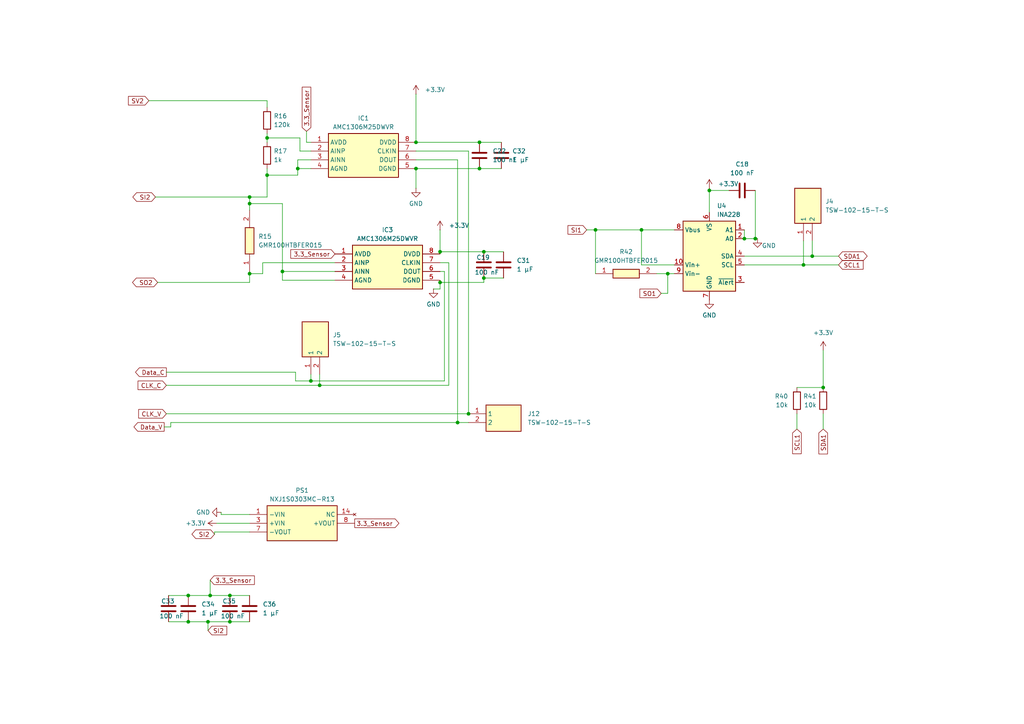
<source format=kicad_sch>
(kicad_sch (version 20231120) (generator "eeschema") (generator_version "8.0")
  (paper "A4")
  (lib_symbols
    (symbol "Device:C" (pin_numbers hide) (pin_names (offset 0.254))
      (property "Reference" "C" (at 0.635 2.54 0))
      (property "Value" "C" (at 0.635 -2.54 0))
      (symbol "C_0_1"
        (polyline (pts (xy -2.032 -0.762) (xy 2.032 -0.762)) (stroke (width 0.508)))
        (polyline (pts (xy -2.032 0.762) (xy 2.032 0.762)) (stroke (width 0.508)))
      )
      (symbol "C_1_1"
        (pin passive line (at 0 3.81 270) (length 2.794) (name "~") (number "1"))
        (pin passive line (at 0 -3.81 90) (length 2.794) (name "~") (number "2"))
      )
    )
    (symbol "Device:R" (pin_numbers hide) (pin_names (offset 0))
      (property "Reference" "R" (at 2.032 0 90))
      (property "Value" "R" (at 0 0 90))
      (symbol "R_0_1"
        (rectangle (start -1.016 -2.54) (end 1.016 2.54) (stroke (width 0.254)))
      )
      (symbol "R_1_1"
        (pin passive line (at 0 3.81 270) (length 1.27) (name "~") (number "1"))
        (pin passive line (at 0 -3.81 90) (length 1.27) (name "~") (number "2"))
      )
    )
    (symbol "SamacSys_Parts:AMC1306M25DWVR"
      (property "Reference" "IC" (at 26.67 7.62 0))
      (property "Value" "AMC1306M25DWVR" (at 26.67 5.08 0))
      (symbol "AMC1306M25DWVR_1_1"
        (rectangle (start 5.08 2.54) (end 25.4 -10.16) (stroke (width 0.254)) (fill (type background)))
        (pin passive line (at 0 0 0) (length 5.08) (name "AVDD") (number "1"))
        (pin passive line (at 0 -2.54 0) (length 5.08) (name "AINP") (number "2"))
        (pin passive line (at 0 -5.08 0) (length 5.08) (name "AINN") (number "3"))
        (pin passive line (at 0 -7.62 0) (length 5.08) (name "AGND") (number "4"))
        (pin passive line (at 30.48 -7.62 180) (length 5.08) (name "DGND") (number "5"))
        (pin passive line (at 30.48 -5.08 180) (length 5.08) (name "DOUT") (number "6"))
        (pin passive line (at 30.48 -2.54 180) (length 5.08) (name "CLKIN") (number "7"))
        (pin passive line (at 30.48 0 180) (length 5.08) (name "DVDD") (number "8"))
      )
    )
    (symbol "SamacSys_Parts:GMR100HTBFER015" (pin_names hide)
      (property "Reference" "R" (at 13.97 6.35 0))
      (property "Value" "GMR100HTBFER015" (at 13.97 3.81 0))
      (symbol "GMR100HTBFER015_1_1"
        (rectangle (start 5.08 1.27) (end 12.7 -1.27) (stroke (width 0.254)) (fill (type background)))
        (pin passive line (at 0 0 0) (length 5.08) (name "1") (number "1"))
        (pin passive line (at 17.78 0 180) (length 5.08) (name "2") (number "2"))
      )
    )
    (symbol "SamacSys_Parts:NXJ1S0303MC-R13"
      (property "Reference" "PS" (at 26.67 7.62 0))
      (property "Value" "NXJ1S0303MC-R13" (at 26.67 5.08 0))
      (symbol "NXJ1S0303MC-R13_1_1"
        (rectangle (start 5.08 2.54) (end 25.4 -7.62) (stroke (width 0.254)) (fill (type background)))
        (pin passive line (at 0 0 0) (length 5.08) (name "-VIN") (number "1"))
        (pin no_connect line (at 30.48 0 180) (length 5.08) (name "NC") (number "14"))
        (pin passive line (at 0 -2.54 0) (length 5.08) (name "+VIN") (number "3"))
        (pin passive line (at 0 -5.08 0) (length 5.08) (name "-VOUT") (number "7"))
        (pin passive line (at 30.48 -2.54 180) (length 5.08) (name "+VOUT") (number "8"))
      )
    )
    (symbol "SamacSys_Parts:TSW-102-15-T-S"
      (property "Reference" "J" (at 16.51 7.62 0))
      (property "Value" "TSW-102-15-T-S" (at 16.51 5.08 0))
      (symbol "TSW-102-15-T-S_1_1"
        (rectangle (start 5.08 2.54) (end 15.24 -5.08) (stroke (width 0.254)) (fill (type background)))
        (pin passive line (at 0 0 0) (length 5.08) (name "1") (number "1"))
        (pin passive line (at 0 -2.54 0) (length 5.08) (name "2") (number "2"))
      )
    )
    (symbol "Sensor_Energy:INA228"
      (property "Reference" "U" (at -6.35 11.43 0))
      (property "Value" "INA228" (at 3.81 11.43 0))
      (symbol "INA228_0_1"
        (rectangle (start 7.62 10.16) (end -7.62 -10.16) (stroke (width 0.254)) (fill (type background)))
      )
      (symbol "INA228_1_1"
        (pin input line (at 10.16 7.62 180) (length 2.54) (name "A1") (number "1"))
        (pin input line (at -10.16 -2.54 0) (length 2.54) (name "Vin+") (number "10"))
        (pin input line (at 10.16 5.08 180) (length 2.54) (name "A0") (number "2"))
        (pin open_collector line (at 10.16 -7.62 180) (length 2.54) (name "~{Alert}") (number "3"))
        (pin bidirectional line (at 10.16 0 180) (length 2.54) (name "SDA") (number "4"))
        (pin input line (at 10.16 -2.54 180) (length 2.54) (name "SCL") (number "5"))
        (pin power_in line (at 0 12.7 270) (length 2.54) (name "VS") (number "6"))
        (pin power_in line (at 0 -12.7 90) (length 2.54) (name "GND") (number "7"))
        (pin input line (at -10.16 7.62 0) (length 2.54) (name "Vbus") (number "8"))
        (pin input line (at -10.16 -5.08 0) (length 2.54) (name "Vin-") (number "9"))
      )
    )
    (symbol "power:+3.3V" (power) (pin_numbers hide) (pin_names (offset 0) hide)
      (property "Value" "+3.3V" (at 0 3.556 0))
      (symbol "+3.3V_0_1"
        (polyline (pts (xy -0.762 1.27) (xy 0 2.54)))
        (polyline (pts (xy 0 0) (xy 0 2.54)))
        (polyline (pts (xy 0 2.54) (xy 0.762 1.27)))
      )
      (symbol "+3.3V_1_1"
        (pin power_in line (at 0 0 90) (length 0) (name "~") (number "1"))
      )
    )
    (symbol "power:GND" (power) (pin_numbers hide) (pin_names (offset 0) hide)
      (property "Value" "GND" (at 0 -3.81 0))
      (symbol "GND_0_1"
        (polyline (pts (xy 0 0) (xy 0 -1.27) (xy 1.27 -1.27) (xy 0 -2.54) (xy -1.27 -1.27) (xy 0 -1.27)))
      )
      (symbol "GND_1_1"
        (pin power_in line (at 0 0 270) (length 0) (name "~") (number "1"))
      )
    )
  )
  (junction (at 60.325 180.34))
  (junction (at 215.9 69.215))
  (junction (at 132.715 122.555))
  (junction (at 139.065 41.275))
  (junction (at 54.61 180.34))
  (junction (at 235.585 74.295))
  (junction (at 66.675 172.72))
  (junction (at 60.96 172.72))
  (junction (at 72.39 59.055))
  (junction (at 120.65 41.275))
  (junction (at 135.89 120.015))
  (junction (at 172.72 66.675))
  (junction (at 233.045 76.835))
  (junction (at 77.47 50.8))
  (junction (at 186.055 66.675))
  (junction (at 140.335 73.025))
  (junction (at 90.17 110.49))
  (junction (at 72.39 57.15))
  (junction (at 193.675 79.375))
  (junction (at 86.36 48.895))
  (junction (at 139.065 48.895))
  (junction (at 238.76 112.395))
  (junction (at 72.39 79.375))
  (junction (at 205.74 55.245))
  (junction (at 219.075 69.215))
  (junction (at 54.61 172.72))
  (junction (at 127.635 81.915))
  (junction (at 77.47 40.005))
  (junction (at 81.915 78.74))
  (junction (at 66.675 180.34))
  (junction (at 92.71 111.76))
  (junction (at 127.635 73.025))
  (junction (at 120.65 48.895))
  (junction (at 140.335 80.645))
  (wire (pts (xy 231.14 112.395) (xy 238.76 112.395)))
  (wire (pts (xy 72.39 154.305) (xy 62.23 154.305)))
  (wire (pts (xy 238.76 101.6) (xy 238.76 112.395)))
  (wire (pts (xy 172.72 66.675) (xy 186.055 66.675)))
  (wire (pts (xy 205.74 55.245) (xy 211.455 55.245)))
  (wire (pts (xy 77.47 38.735) (xy 77.47 40.005)))
  (wire (pts (xy 85.725 110.49) (xy 85.725 107.95)))
  (wire (pts (xy 48.895 180.34) (xy 54.61 180.34)))
  (wire (pts (xy 60.325 182.88) (xy 60.325 180.34)))
  (wire (pts (xy 81.915 81.28) (xy 81.915 78.74)))
  (wire (pts (xy 48.26 107.95) (xy 85.725 107.95)))
  (wire (pts (xy 127.635 73.025) (xy 127.635 66.675)))
  (wire (pts (xy 60.96 172.72) (xy 66.675 172.72)))
  (wire (pts (xy 66.675 172.72) (xy 72.39 172.72)))
  (wire (pts (xy 77.47 57.15) (xy 72.39 57.15)))
  (wire (pts (xy 72.39 78.74) (xy 72.39 79.375)))
  (wire (pts (xy 86.36 50.8) (xy 77.47 50.8)))
  (wire (pts (xy 127.635 81.915) (xy 140.335 81.915)))
  (wire (pts (xy 88.9 41.275) (xy 90.17 41.275)))
  (wire (pts (xy 86.36 48.895) (xy 90.17 48.895)))
  (wire (pts (xy 90.17 110.49) (xy 90.17 108.585)))
  (wire (pts (xy 195.58 76.835) (xy 186.055 76.835)))
  (wire (pts (xy 54.61 180.34) (xy 60.325 180.34)))
  (wire (pts (xy 215.9 69.215) (xy 219.075 69.215)))
  (wire (pts (xy 86.36 48.895) (xy 86.36 50.8)))
  (wire (pts (xy 90.17 46.355) (xy 86.36 46.355)))
  (wire (pts (xy 120.65 48.895) (xy 120.65 54.61)))
  (wire (pts (xy 45.085 57.15) (xy 72.39 57.15)))
  (wire (pts (xy 97.155 78.74) (xy 81.915 78.74)))
  (wire (pts (xy 127.635 81.28) (xy 127.635 81.915)))
  (wire (pts (xy 48.895 172.72) (xy 54.61 172.72)))
  (wire (pts (xy 72.39 57.15) (xy 72.39 59.055)))
  (wire (pts (xy 233.045 76.835) (xy 243.205 76.835)))
  (wire (pts (xy 54.61 172.72) (xy 60.96 172.72)))
  (wire (pts (xy 231.14 120.015) (xy 231.14 124.46)))
  (wire (pts (xy 127.635 81.915) (xy 127.635 83.82)))
  (wire (pts (xy 235.585 74.295) (xy 243.205 74.295)))
  (wire (pts (xy 205.74 55.245) (xy 205.74 61.595)))
  (wire (pts (xy 43.18 29.21) (xy 77.47 29.21)))
  (wire (pts (xy 215.9 66.675) (xy 215.9 69.215)))
  (wire (pts (xy 86.995 43.815) (xy 90.17 43.815)))
  (wire (pts (xy 238.76 120.015) (xy 238.76 124.46)))
  (wire (pts (xy 88.9 38.1) (xy 88.9 41.275)))
  (wire (pts (xy 128.905 78.74) (xy 128.905 110.49)))
  (wire (pts (xy 190.5 79.375) (xy 193.675 79.375)))
  (wire (pts (xy 120.65 41.275) (xy 139.065 41.275)))
  (wire (pts (xy 77.47 40.005) (xy 77.47 41.275)))
  (wire (pts (xy 60.325 180.34) (xy 66.675 180.34)))
  (wire (pts (xy 72.39 79.375) (xy 72.39 81.915)))
  (wire (pts (xy 186.055 76.835) (xy 186.055 66.675)))
  (wire (pts (xy 127.635 73.66) (xy 127.635 73.025)))
  (wire (pts (xy 139.065 48.895) (xy 145.415 48.895)))
  (wire (pts (xy 120.65 41.275) (xy 120.65 27.305)))
  (wire (pts (xy 97.155 76.2) (xy 76.2 76.2)))
  (wire (pts (xy 81.915 59.055) (xy 72.39 59.055)))
  (wire (pts (xy 127.635 73.025) (xy 140.335 73.025)))
  (wire (pts (xy 219.075 55.245) (xy 219.075 69.215)))
  (wire (pts (xy 132.715 46.355) (xy 132.715 122.555)))
  (wire (pts (xy 135.89 43.815) (xy 135.89 120.015)))
  (wire (pts (xy 120.65 46.355) (xy 132.715 46.355)))
  (wire (pts (xy 66.675 180.34) (xy 72.39 180.34)))
  (wire (pts (xy 127.635 83.82) (xy 125.73 83.82)))
  (wire (pts (xy 172.72 66.675) (xy 172.72 79.375)))
  (wire (pts (xy 128.905 110.49) (xy 90.17 110.49)))
  (wire (pts (xy 77.47 29.21) (xy 77.47 31.115)))
  (wire (pts (xy 77.47 50.8) (xy 77.47 57.15)))
  (wire (pts (xy 72.39 149.225) (xy 64.135 149.225)))
  (wire (pts (xy 215.9 76.835) (xy 233.045 76.835)))
  (wire (pts (xy 140.335 80.645) (xy 146.05 80.645)))
  (wire (pts (xy 86.36 46.355) (xy 86.36 48.895)))
  (wire (pts (xy 215.9 74.295) (xy 235.585 74.295)))
  (wire (pts (xy 140.335 80.645) (xy 140.335 81.915)))
  (wire (pts (xy 205.74 54.61) (xy 205.74 55.245)))
  (wire (pts (xy 132.715 122.555) (xy 49.53 122.555)))
  (wire (pts (xy 48.26 120.015) (xy 135.89 120.015)))
  (wire (pts (xy 76.2 79.375) (xy 72.39 79.375)))
  (wire (pts (xy 233.045 69.85) (xy 233.045 76.835)))
  (wire (pts (xy 62.23 154.305) (xy 62.23 154.94)))
  (wire (pts (xy 170.18 66.675) (xy 172.72 66.675)))
  (wire (pts (xy 81.915 78.74) (xy 81.915 59.055)))
  (wire (pts (xy 130.175 111.76) (xy 92.71 111.76)))
  (wire (pts (xy 127.635 76.2) (xy 130.175 76.2)))
  (wire (pts (xy 132.715 122.555) (xy 135.89 122.555)))
  (wire (pts (xy 191.77 85.09) (xy 193.675 85.09)))
  (wire (pts (xy 86.995 40.005) (xy 86.995 43.815)))
  (wire (pts (xy 77.47 40.005) (xy 86.995 40.005)))
  (wire (pts (xy 45.72 81.915) (xy 72.39 81.915)))
  (wire (pts (xy 127.635 78.74) (xy 128.905 78.74)))
  (wire (pts (xy 64.135 149.225) (xy 64.135 148.59)))
  (wire (pts (xy 235.585 69.85) (xy 235.585 74.295)))
  (wire (pts (xy 130.175 76.2) (xy 130.175 111.76)))
  (wire (pts (xy 62.865 151.765) (xy 72.39 151.765)))
  (wire (pts (xy 186.055 66.675) (xy 195.58 66.675)))
  (wire (pts (xy 77.47 48.895) (xy 77.47 50.8)))
  (wire (pts (xy 60.96 168.275) (xy 60.96 172.72)))
  (wire (pts (xy 49.53 123.825) (xy 47.625 123.825)))
  (wire (pts (xy 120.65 43.815) (xy 135.89 43.815)))
  (wire (pts (xy 92.71 111.76) (xy 92.71 108.585)))
  (wire (pts (xy 139.065 48.895) (xy 120.65 48.895)))
  (wire (pts (xy 193.675 85.09) (xy 193.675 79.375)))
  (wire (pts (xy 48.26 111.76) (xy 92.71 111.76)))
  (wire (pts (xy 139.065 41.275) (xy 145.415 41.275)))
  (wire (pts (xy 193.675 79.375) (xy 195.58 79.375)))
  (wire (pts (xy 72.39 59.055) (xy 72.39 60.96)))
  (wire (pts (xy 49.53 122.555) (xy 49.53 123.825)))
  (wire (pts (xy 219.075 69.215) (xy 219.71 69.215)))
  (wire (pts (xy 140.335 73.025) (xy 146.05 73.025)))
  (wire (pts (xy 97.155 81.28) (xy 81.915 81.28)))
  (wire (pts (xy 90.17 110.49) (xy 85.725 110.49)))
  (wire (pts (xy 76.2 76.2) (xy 76.2 79.375)))
  (global_label "SCL1" (shape input) (at 243.205 76.835 0) (property "Intersheetrefs" "${INTERSHEET_REFS}" (effects (hide yes))))
  (global_label "3.3_Sensor" (shape input) (at 60.96 168.275 0) (property "Intersheetrefs" "${INTERSHEET_REFS}" (effects (hide yes))))
  (global_label "3.3_Sensor" (shape input) (at 88.9 38.1 90) (property "Intersheetrefs" "${INTERSHEET_REFS}" (effects (hide yes))))
  (global_label "CLK_V" (shape input) (at 48.26 120.015 180) (property "Intersheetrefs" "${INTERSHEET_REFS}" (effects (hide yes))))
  (global_label "SV2" (shape input) (at 43.18 29.21 180) (property "Intersheetrefs" "${INTERSHEET_REFS}" (effects (hide yes))))
  (global_label "Data_C" (shape output) (at 48.26 107.95 180) (property "Intersheetrefs" "${INTERSHEET_REFS}" (effects (hide yes))))
  (global_label "SI2" (shape bidirectional) (at 62.23 154.94 180) (property "Intersheetrefs" "${INTERSHEET_REFS}" (effects (hide yes))))
  (global_label "Data_V" (shape output) (at 47.625 123.825 180) (property "Intersheetrefs" "${INTERSHEET_REFS}" (effects (hide yes))))
  (global_label "SCL1" (shape input) (at 231.14 124.46 270) (property "Intersheetrefs" "${INTERSHEET_REFS}" (effects (hide yes))))
  (global_label "3.3_Sensor" (shape output) (at 102.87 151.765 0) (property "Intersheetrefs" "${INTERSHEET_REFS}" (effects (hide yes))))
  (global_label "SI2" (shape input) (at 60.325 182.88 0) (property "Intersheetrefs" "${INTERSHEET_REFS}" (effects (hide yes))))
  (global_label "SI1" (shape input) (at 170.18 66.675 180) (property "Intersheetrefs" "${INTERSHEET_REFS}" (effects (hide yes))))
  (global_label "SI2" (shape bidirectional) (at 45.085 57.15 180) (property "Intersheetrefs" "${INTERSHEET_REFS}" (effects (hide yes))))
  (global_label "SO2" (shape bidirectional) (at 45.72 81.915 180) (property "Intersheetrefs" "${INTERSHEET_REFS}" (effects (hide yes))))
  (global_label "CLK_C" (shape input) (at 48.26 111.76 180) (property "Intersheetrefs" "${INTERSHEET_REFS}" (effects (hide yes))))
  (global_label "SDA1" (shape bidirectional) (at 243.205 74.295 0) (property "Intersheetrefs" "${INTERSHEET_REFS}" (effects (hide yes))))
  (global_label "SO1" (shape input) (at 191.77 85.09 180) (property "Intersheetrefs" "${INTERSHEET_REFS}" (effects (hide yes))))
  (global_label "3.3_Sensor" (shape input) (at 97.155 73.66 180) (property "Intersheetrefs" "${INTERSHEET_REFS}" (effects (hide yes))))
  (global_label "SDA1" (shape input) (at 238.76 124.46 270) (property "Intersheetrefs" "${INTERSHEET_REFS}" (effects (hide yes))))
  (symbol (lib_id "SamacSys_Parts:NXJ1S0303MC-R13") (at 72.39 149.225 0) (unit 1)
    (property "Reference" "PS1" (at 87.63 142.24 0))
    (property "Value" "NXJ1S0303MC-R13" (at 87.63 144.78 0))
    (property "Footprint" "NXJ1S0303MCR13" (effects (hide yes)))
    (property "Datasheet" "https://www.murata.com/products/productdata/8807031963678/kdc-nxj1.pdf" (effects (hide yes)))
    (property "Description" "Isolated DC/DC Converters DC/DC SM 1W 3.3V-3.3V Single 4.2kV" (effects (hide yes)))
    (property "Height" "4.71" (effects (hide yes)))
    (property "Mouser Part Number" "580-NXJ1S0303MC-R13" (effects (hide yes)))
    (property "Mouser Price/Stock" "https://www.mouser.co.uk/ProductDetail/Murata-Power-Solutions/NXJ1S0303MC-R13?qs=ROOYoSPRM2vODXrMH%2F1Vcg%3D%3D" (effects (hide yes)))
    (property "Manufacturer_Name" "Murata Electronics" (effects (hide yes)))
    (property "Manufacturer_Part_Number" "NXJ1S0303MC-R13" (effects (hide yes)))
  )
  (symbol (lib_id "Device:R") (at 231.14 116.205 0) (unit 1)
    (property "Reference" "R40" (at 228.6 114.9349 0) (effects (justify right)))
    (property "Value" "10k" (at 228.6 117.4749 0) (effects (justify right)))
    (property "Footprint" "Resistor_SMD:R_0805_2012Metric_Pad1.20x1.40mm_HandSolder" (effects (hide yes)))
    (property "Description" "Resistor" (effects (hide yes)))
    (property "LCSC Part#" "C84376" (effects (hide yes)))
  )
  (symbol (lib_id "power:GND") (at 219.71 69.215 0) (unit 1)
    (property "Reference" "#PWR042" (effects (hide yes)))
    (property "Value" "GND" (at 223.012 71.247 0))
    (property "Description" "Power symbol creates a global label with name \"GND\" , ground" (effects (hide yes)))
  )
  (symbol (lib_id "Device:C") (at 145.415 45.085 180) (unit 1)
    (property "Reference" "C32" (at 148.59 43.8149 0) (effects (justify right)))
    (property "Value" "1 µF" (at 148.59 46.3549 0) (effects (justify right)))
    (property "Footprint" "Resistor_SMD:R_0805_2012Metric_Pad1.20x1.40mm_HandSolder" (effects (hide yes)))
    (property "Description" "Unpolarized capacitor" (effects (hide yes)))
    (property "LCSC Part#" "C49678" (effects (hide yes)))
  )
  (symbol (lib_id "SamacSys_Parts:AMC1306M25DWVR") (at 97.155 73.66 0) (unit 1)
    (property "Reference" "IC3" (at 112.395 66.675 0))
    (property "Value" "AMC1306M25DWVR" (at 112.395 69.215 0))
    (property "Footprint" "SOIC127P1150X280-8N" (effects (hide yes)))
    (property "Datasheet" "http://www.ti.com/lit/gpn/amc1306m25" (effects (hide yes)))
    (property "Description" "Small reinforced isolated modulator with +/-250-mV input and CMOS interface" (effects (hide yes)))
    (property "Height" "2.8" (effects (hide yes)))
    (property "Mouser Part Number" "595-AMC1306M25DWVR" (effects (hide yes)))
    (property "Mouser Price/Stock" "https://www.mouser.co.uk/ProductDetail/Texas-Instruments/AMC1306M25DWVR?qs=AQlKX63v8RujvxjVQGujTw%3D%3D" (effects (hide yes)))
    (property "Manufacturer_Name" "Texas Instruments" (effects (hide yes)))
    (property "Manufacturer_Part_Number" "AMC1306M25DWVR" (effects (hide yes)))
  )
  (symbol (lib_id "Sensor_Energy:INA228") (at 205.74 74.295 0) (unit 1)
    (property "Reference" "U4" (at 207.9341 59.69 0) (effects (justify left)))
    (property "Value" "INA228" (at 207.9341 62.23 0) (effects (justify left)))
    (property "Footprint" "Package_SO:VSSOP-10_3x3mm_P0.5mm" (effects (hide yes)))
    (property "Datasheet" "https://www.ti.com/lit/ds/symlink/ina228.pdf" (effects (hide yes)))
    (property "Description" "High-Side or Low-Side Measurement, Bi-Directional Current and Power Monitor (0-85V) with I2C, SMBus-, and PMBus-Compatible Interface, VSSOP-10" (effects (hide yes)))
    (property "LCSC Part#" "C2862904" (effects (hide yes)))
  )
  (symbol (lib_id "Device:C") (at 140.335 76.835 180) (unit 1)
    (property "Reference" "C19" (at 138.176 74.676 0) (effects (justify right)))
    (property "Value" "100 nF" (at 137.668 78.994 0) (effects (justify right)))
    (property "Footprint" "Resistor_SMD:R_0805_2012Metric_Pad1.20x1.40mm_HandSolder" (effects (hide yes)))
    (property "Description" "Unpolarized capacitor" (effects (hide yes)))
    (property "LCSC Part#" "C49678" (effects (hide yes)))
  )
  (symbol (lib_id "power:GND") (at 205.74 86.995 0) (unit 1)
    (property "Reference" "#PWR039" (effects (hide yes)))
    (property "Value" "GND" (at 205.74 91.44 0))
    (property "Description" "Power symbol creates a global label with name \"GND\" , ground" (effects (hide yes)))
  )
  (symbol (lib_id "SamacSys_Parts:GMR100HTBFER015") (at 172.72 79.375 0) (unit 1)
    (property "Reference" "R42" (at 181.61 73.025 0))
    (property "Value" "GMR100HTBFER015" (at 181.61 75.565 0))
    (property "Footprint" "Resistor_SMD:R_2512_6332Metric_Pad1.40x3.35mm_HandSolder" (effects (hide yes)))
    (property "Datasheet" "https://componentsearchengine.com/Datasheets/1/GMR100HTBFER015.pdf" (effects (hide yes)))
    (property "Description" "Current Sense Resistors - SMD 2512 0.015ohm 1% Shunt Res AEC-Q200" (effects (hide yes)))
    (property "Height" "0.55" (effects (hide yes)))
    (property "Mouser Part Number" "755-GMR100HTBFER015" (effects (hide yes)))
    (property "Mouser Price/Stock" "https://www.mouser.co.uk/ProductDetail/ROHM-Semiconductor/GMR100HTBFER015?qs=chTDxNqvsykqKkV4Tw5NrA%3D%3D" (effects (hide yes)))
    (property "Manufacturer_Name" "ROHM Semiconductor" (effects (hide yes)))
    (property "Manufacturer_Part_Number" "GMR100HTBFER015" (effects (hide yes)))
    (property "LCSC Part#" "C2985715" (effects (hide yes)))
  )
  (symbol (lib_id "Device:C") (at 54.61 176.53 180) (unit 1)
    (property "Reference" "C34" (at 58.42 175.2599 0) (effects (justify right)))
    (property "Value" "1 µF" (at 58.42 177.7999 0) (effects (justify right)))
    (property "Footprint" "Resistor_SMD:R_0805_2012Metric_Pad1.20x1.40mm_HandSolder" (effects (hide yes)))
    (property "Description" "Unpolarized capacitor" (effects (hide yes)))
    (property "LCSC Part#" "C49678" (effects (hide yes)))
  )
  (symbol (lib_id "Device:R") (at 238.76 116.205 0) (unit 1)
    (property "Reference" "R41" (at 236.855 114.9349 0) (effects (justify right)))
    (property "Value" "10k" (at 236.855 117.4749 0) (effects (justify right)))
    (property "Footprint" "Resistor_SMD:R_0805_2012Metric_Pad1.20x1.40mm_HandSolder" (effects (hide yes)))
    (property "Description" "Resistor" (effects (hide yes)))
    (property "LCSC Part#" "C84376" (effects (hide yes)))
  )
  (symbol (lib_id "power:+3.3V") (at 238.76 101.6 0) (mirror y) (unit 1)
    (property "Reference" "#PWR017" (effects (hide yes)))
    (property "Value" "+3.3V" (at 238.76 96.52 0))
    (property "Description" "Power symbol creates a global label with name \"+3.3V\"" (effects (hide yes)))
  )
  (symbol (lib_id "Device:C") (at 215.265 55.245 90) (unit 1)
    (property "Reference" "C18" (at 215.265 47.625 90))
    (property "Value" "100 nF" (at 215.265 50.165 90))
    (property "Footprint" "Resistor_SMD:R_0805_2012Metric_Pad1.20x1.40mm_HandSolder" (effects (hide yes)))
    (property "Description" "Unpolarized capacitor" (effects (hide yes)))
    (property "LCSC Part#" "C49678" (effects (hide yes)))
  )
  (symbol (lib_id "Device:C") (at 48.895 176.53 180) (unit 1)
    (property "Reference" "C33" (at 46.736 174.371 0) (effects (justify right)))
    (property "Value" "100 nF" (at 46.228 178.689 0) (effects (justify right)))
    (property "Footprint" "Resistor_SMD:R_0805_2012Metric_Pad1.20x1.40mm_HandSolder" (effects (hide yes)))
    (property "Description" "Unpolarized capacitor" (effects (hide yes)))
    (property "LCSC Part#" "C49678" (effects (hide yes)))
  )
  (symbol (lib_id "SamacSys_Parts:TSW-102-15-T-S") (at 90.17 108.585 90) (unit 1)
    (property "Reference" "J5" (at 96.52 97.1549 90) (effects (justify right)))
    (property "Value" "TSW-102-15-T-S" (at 96.52 99.6949 90) (effects (justify right)))
    (property "Footprint" "SamacSys_Parts:TSW-102-XX-YY-S" (effects (hide yes)))
    (property "Datasheet" "http://suddendocs.samtec.com/prints/tsw-xxx-xx-xxx-x-xx-xxx-mkt.pdf" (effects (hide yes)))
    (property "Description" "2 Position, Single Row, Classic PCB Header Strips, 0.100&quot; pitch" (effects (hide yes)))
    (property "Mouser Part Number" "200-TSW10215TS" (effects (hide yes)))
    (property "Mouser Price/Stock" "https://www.mouser.co.uk/ProductDetail/Samtec/TSW-102-15-T-S?qs=rU5fayqh%252BE17aFMwqvHWLA%3D%3D" (effects (hide yes)))
    (property "Manufacturer_Name" "SAMTEC" (effects (hide yes)))
    (property "Manufacturer_Part_Number" "TSW-102-15-T-S" (effects (hide yes)))
  )
  (symbol (lib_id "power:GND") (at 125.73 83.82 0) (unit 1)
    (property "Reference" "#PWR049" (effects (hide yes)))
    (property "Value" "GND" (at 125.73 88.265 0))
    (property "Description" "Power symbol creates a global label with name \"GND\" , ground" (effects (hide yes)))
  )
  (symbol (lib_id "Device:C") (at 139.065 45.085 180) (unit 1)
    (property "Reference" "C22" (at 142.875 43.8149 0) (effects (justify right)))
    (property "Value" "100 nF" (at 142.875 46.3549 0) (effects (justify right)))
    (property "Footprint" "Resistor_SMD:R_0805_2012Metric_Pad1.20x1.40mm_HandSolder" (effects (hide yes)))
    (property "Description" "Unpolarized capacitor" (effects (hide yes)))
    (property "LCSC Part#" "C49678" (effects (hide yes)))
  )
  (symbol (lib_id "SamacSys_Parts:TSW-102-15-T-S") (at 135.89 120.015 0) (unit 1)
    (property "Reference" "J12" (at 153.035 120.0149 0) (effects (justify left)))
    (property "Value" "TSW-102-15-T-S" (at 153.035 122.5549 0) (effects (justify left)))
    (property "Footprint" "SamacSys_Parts:TSW-102-XX-YY-S" (effects (hide yes)))
    (property "Datasheet" "http://suddendocs.samtec.com/prints/tsw-xxx-xx-xxx-x-xx-xxx-mkt.pdf" (effects (hide yes)))
    (property "Description" "2 Position, Single Row, Classic PCB Header Strips, 0.100&quot; pitch" (effects (hide yes)))
    (property "Mouser Part Number" "200-TSW10215TS" (effects (hide yes)))
    (property "Mouser Price/Stock" "https://www.mouser.co.uk/ProductDetail/Samtec/TSW-102-15-T-S?qs=rU5fayqh%252BE17aFMwqvHWLA%3D%3D" (effects (hide yes)))
    (property "Manufacturer_Name" "SAMTEC" (effects (hide yes)))
    (property "Manufacturer_Part_Number" "TSW-102-15-T-S" (effects (hide yes)))
  )
  (symbol (lib_id "Device:C") (at 66.675 176.53 180) (unit 1)
    (property "Reference" "C35" (at 64.516 174.371 0) (effects (justify right)))
    (property "Value" "100 nF" (at 64.008 178.689 0) (effects (justify right)))
    (property "Footprint" "Resistor_SMD:R_0805_2012Metric_Pad1.20x1.40mm_HandSolder" (effects (hide yes)))
    (property "Description" "Unpolarized capacitor" (effects (hide yes)))
    (property "LCSC Part#" "C49678" (effects (hide yes)))
  )
  (symbol (lib_id "power:+3.3V") (at 62.865 151.765 90) (unit 1)
    (property "Reference" "#PWR051" (effects (hide yes)))
    (property "Value" "+3.3V" (at 59.69 151.7649 90) (effects (justify left)))
    (property "Description" "Power symbol creates a global label with name \"+3.3V\"" (effects (hide yes)))
  )
  (symbol (lib_id "power:GND") (at 64.135 148.59 270) (unit 1)
    (property "Reference" "#PWR050" (effects (hide yes)))
    (property "Value" "GND" (at 60.96 148.5899 90) (effects (justify right)))
    (property "Description" "Power symbol creates a global label with name \"GND\" , ground" (effects (hide yes)))
  )
  (symbol (lib_id "Device:R") (at 77.47 34.925 0) (unit 1)
    (property "Reference" "R16" (at 79.375 33.6549 0) (effects (justify left)))
    (property "Value" "120k" (at 79.375 36.1949 0) (effects (justify left)))
    (property "Footprint" "Resistor_SMD:R_0805_2012Metric_Pad1.20x1.40mm_HandSolder" (effects (hide yes)))
    (property "Description" "Resistor" (effects (hide yes)))
    (property "LCSC Part#" "C84376" (effects (hide yes)))
  )
  (symbol (lib_id "SamacSys_Parts:AMC1306M25DWVR") (at 90.17 41.275 0) (unit 1)
    (property "Reference" "IC1" (at 105.41 34.29 0))
    (property "Value" "AMC1306M25DWVR" (at 105.41 36.83 0))
    (property "Footprint" "SOIC127P1150X280-8N" (effects (hide yes)))
    (property "Datasheet" "http://www.ti.com/lit/gpn/amc1306m25" (effects (hide yes)))
    (property "Description" "Small reinforced isolated modulator with +/-250-mV input and CMOS interface" (effects (hide yes)))
    (property "Height" "2.8" (effects (hide yes)))
    (property "Mouser Part Number" "595-AMC1306M25DWVR" (effects (hide yes)))
    (property "Mouser Price/Stock" "https://www.mouser.co.uk/ProductDetail/Texas-Instruments/AMC1306M25DWVR?qs=AQlKX63v8RujvxjVQGujTw%3D%3D" (effects (hide yes)))
    (property "Manufacturer_Name" "Texas Instruments" (effects (hide yes)))
    (property "Manufacturer_Part_Number" "AMC1306M25DWVR" (effects (hide yes)))
  )
  (symbol (lib_id "power:+3.3V") (at 127.635 66.675 0) (unit 1)
    (property "Reference" "#PWR043" (effects (hide yes)))
    (property "Value" "+3.3V" (at 130.175 65.4049 0) (effects (justify left)))
    (property "Description" "Power symbol creates a global label with name \"+3.3V\"" (effects (hide yes)))
  )
  (symbol (lib_id "Device:C") (at 146.05 76.835 180) (unit 1)
    (property "Reference" "C31" (at 149.86 75.5649 0) (effects (justify right)))
    (property "Value" "1 µF" (at 149.86 78.1049 0) (effects (justify right)))
    (property "Footprint" "Resistor_SMD:R_0805_2012Metric_Pad1.20x1.40mm_HandSolder" (effects (hide yes)))
    (property "Description" "Unpolarized capacitor" (effects (hide yes)))
    (property "LCSC Part#" "C49678" (effects (hide yes)))
  )
  (symbol (lib_id "SamacSys_Parts:TSW-102-15-T-S") (at 233.045 69.85 90) (unit 1)
    (property "Reference" "J4" (at 239.395 58.4199 90) (effects (justify right)))
    (property "Value" "TSW-102-15-T-S" (at 239.395 60.9599 90) (effects (justify right)))
    (property "Footprint" "SamacSys_Parts:TSW-102-XX-YY-S" (effects (hide yes)))
    (property "Datasheet" "http://suddendocs.samtec.com/prints/tsw-xxx-xx-xxx-x-xx-xxx-mkt.pdf" (effects (hide yes)))
    (property "Description" "2 Position, Single Row, Classic PCB Header Strips, 0.100&quot; pitch" (effects (hide yes)))
    (property "Mouser Part Number" "200-TSW10215TS" (effects (hide yes)))
    (property "Mouser Price/Stock" "https://www.mouser.co.uk/ProductDetail/Samtec/TSW-102-15-T-S?qs=rU5fayqh%252BE17aFMwqvHWLA%3D%3D" (effects (hide yes)))
    (property "Manufacturer_Name" "SAMTEC" (effects (hide yes)))
    (property "Manufacturer_Part_Number" "TSW-102-15-T-S" (effects (hide yes)))
  )
  (symbol (lib_id "power:+3.3V") (at 205.74 54.61 0) (unit 1)
    (property "Reference" "#PWR038" (effects (hide yes)))
    (property "Value" "+3.3V" (at 208.28 53.3399 0) (effects (justify left)))
    (property "Description" "Power symbol creates a global label with name \"+3.3V\"" (effects (hide yes)))
  )
  (symbol (lib_id "power:GND") (at 120.65 54.61 0) (unit 1)
    (property "Reference" "#PWR047" (effects (hide yes)))
    (property "Value" "GND" (at 120.65 59.055 0))
    (property "Description" "Power symbol creates a global label with name \"GND\" , ground" (effects (hide yes)))
  )
  (symbol (lib_id "SamacSys_Parts:GMR100HTBFER015") (at 72.39 78.74 90) (unit 1)
    (property "Reference" "R15" (at 74.93 68.5799 90) (effects (justify right)))
    (property "Value" "GMR100HTBFER015" (at 74.93 71.1199 90) (effects (justify right)))
    (property "Footprint" "Resistor_SMD:R_2512_6332Metric_Pad1.40x3.35mm_HandSolder" (effects (hide yes)))
    (property "Datasheet" "https://componentsearchengine.com/Datasheets/1/GMR100HTBFER015.pdf" (effects (hide yes)))
    (property "Description" "Current Sense Resistors - SMD 2512 0.015ohm 1% Shunt Res AEC-Q200" (effects (hide yes)))
    (property "Height" "0.55" (effects (hide yes)))
    (property "Mouser Part Number" "755-GMR100HTBFER015" (effects (hide yes)))
    (property "Mouser Price/Stock" "https://www.mouser.co.uk/ProductDetail/ROHM-Semiconductor/GMR100HTBFER015?qs=chTDxNqvsykqKkV4Tw5NrA%3D%3D" (effects (hide yes)))
    (property "Manufacturer_Name" "ROHM Semiconductor" (effects (hide yes)))
    (property "Manufacturer_Part_Number" "GMR100HTBFER015" (effects (hide yes)))
    (property "LCSC Part#" "C2985715" (effects (hide yes)))
  )
  (symbol (lib_id "Device:R") (at 77.47 45.085 0) (unit 1)
    (property "Reference" "R17" (at 79.375 43.8149 0) (effects (justify left)))
    (property "Value" "1k" (at 79.375 46.3549 0) (effects (justify left)))
    (property "Footprint" "Resistor_SMD:R_0805_2012Metric_Pad1.20x1.40mm_HandSolder" (effects (hide yes)))
    (property "Description" "Resistor" (effects (hide yes)))
    (property "LCSC Part#" "C84376" (effects (hide yes)))
  )
  (symbol (lib_id "Device:C") (at 72.39 176.53 180) (unit 1)
    (property "Reference" "C36" (at 76.2 175.2599 0) (effects (justify right)))
    (property "Value" "1 µF" (at 76.2 177.7999 0) (effects (justify right)))
    (property "Footprint" "Resistor_SMD:R_0805_2012Metric_Pad1.20x1.40mm_HandSolder" (effects (hide yes)))
    (property "Description" "Unpolarized capacitor" (effects (hide yes)))
    (property "LCSC Part#" "C49678" (effects (hide yes)))
  )
  (symbol (lib_id "power:+3.3V") (at 120.65 27.305 0) (unit 1)
    (property "Reference" "#PWR040" (effects (hide yes)))
    (property "Value" "+3.3V" (at 123.19 26.0349 0) (effects (justify left)))
    (property "Description" "Power symbol creates a global label with name \"+3.3V\"" (effects (hide yes)))
  )
)
</source>
